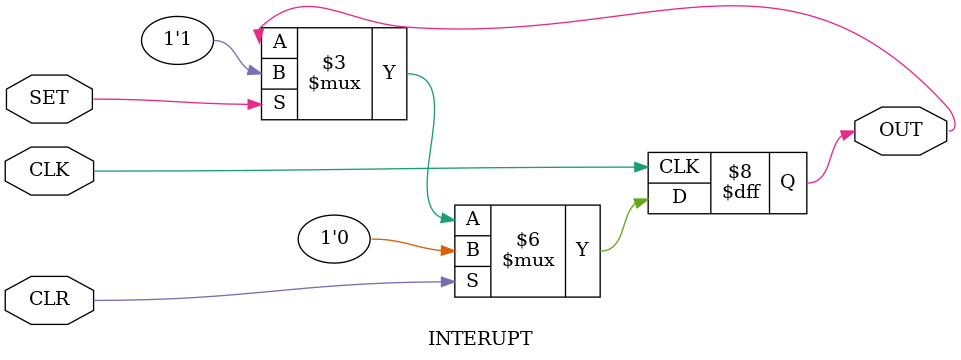
<source format=sv>
`timescale 1ns / 1ps


module INTERUPT(
    input CLK,
    input SET,
    input CLR,
    output logic OUT = 0
    );
    
     always_ff @ (posedge CLK)
       begin
           if(CLR)
               OUT<=0;
               else if(SET)
                   OUT<=1;
       end
       
endmodule

</source>
